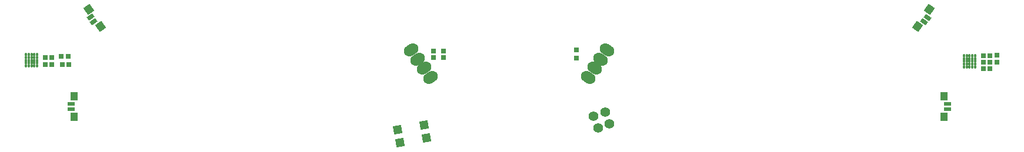
<source format=gts>
G04*
G04 #@! TF.GenerationSoftware,Altium Limited,Altium Designer,19.1.5 (86)*
G04*
G04 Layer_Color=8388736*
%FSLAX25Y25*%
%MOIN*%
G70*
G01*
G75*
%ADD35P,0.06699X4X324.5*%
%ADD36C,0.01800*%
%ADD37R,0.03000X0.03162*%
%ADD38R,0.03162X0.03000*%
%ADD39R,0.03950X0.02375*%
%ADD40R,0.04343X0.04737*%
G04:AMPARAMS|DCode=41|XSize=39.5mil|YSize=23.75mil|CornerRadius=0mil|HoleSize=0mil|Usage=FLASHONLY|Rotation=215.500|XOffset=0mil|YOffset=0mil|HoleType=Round|Shape=Rectangle|*
%AMROTATEDRECTD41*
4,1,4,0.00918,0.02114,0.02297,0.00180,-0.00918,-0.02114,-0.02297,-0.00180,0.00918,0.02114,0.0*
%
%ADD41ROTATEDRECTD41*%

G04:AMPARAMS|DCode=42|XSize=47.37mil|YSize=43.43mil|CornerRadius=0mil|HoleSize=0mil|Usage=FLASHONLY|Rotation=125.500|XOffset=0mil|YOffset=0mil|HoleType=Round|Shape=Rectangle|*
%AMROTATEDRECTD42*
4,1,4,0.03143,-0.00667,-0.00393,-0.03189,-0.03143,0.00667,0.00393,0.03189,0.03143,-0.00667,0.0*
%
%ADD42ROTATEDRECTD42*%

G04:AMPARAMS|DCode=43|XSize=39.5mil|YSize=23.75mil|CornerRadius=0mil|HoleSize=0mil|Usage=FLASHONLY|Rotation=324.500|XOffset=0mil|YOffset=0mil|HoleType=Round|Shape=Rectangle|*
%AMROTATEDRECTD43*
4,1,4,-0.02297,0.00180,-0.00918,0.02114,0.02297,-0.00180,0.00918,-0.02114,-0.02297,0.00180,0.0*
%
%ADD43ROTATEDRECTD43*%

G04:AMPARAMS|DCode=44|XSize=47.37mil|YSize=43.43mil|CornerRadius=0mil|HoleSize=0mil|Usage=FLASHONLY|Rotation=234.500|XOffset=0mil|YOffset=0mil|HoleType=Round|Shape=Rectangle|*
%AMROTATEDRECTD44*
4,1,4,-0.00393,0.03189,0.03143,0.00667,0.00393,-0.03189,-0.03143,-0.00667,-0.00393,0.03189,0.0*
%
%ADD44ROTATEDRECTD44*%

%ADD45R,0.02965X0.02965*%
G04:AMPARAMS|DCode=46|XSize=63.12mil|YSize=86.74mil|CornerRadius=0mil|HoleSize=0mil|Usage=FLASHONLY|Rotation=235.000|XOffset=0mil|YOffset=0mil|HoleType=Round|Shape=Round|*
%AMOVALD46*
21,1,0.02362,0.06312,0.00000,0.00000,325.0*
1,1,0.06312,-0.00968,0.00677*
1,1,0.06312,0.00968,-0.00677*
%
%ADD46OVALD46*%

G04:AMPARAMS|DCode=47|XSize=63.12mil|YSize=86.74mil|CornerRadius=0mil|HoleSize=0mil|Usage=FLASHONLY|Rotation=125.000|XOffset=0mil|YOffset=0mil|HoleType=Round|Shape=Round|*
%AMOVALD47*
21,1,0.02362,0.06312,0.00000,0.00000,215.0*
1,1,0.06312,0.00968,0.00677*
1,1,0.06312,-0.00968,-0.00677*
%
%ADD47OVALD47*%

%ADD48C,0.05524*%
D35*
X-46929Y18718D02*
D03*
X-48170Y26135D02*
D03*
X-61917Y16210D02*
D03*
X-63158Y23627D02*
D03*
D36*
X-267534Y59731D02*
D03*
X-269109D02*
D03*
X-270684D02*
D03*
X-272258D02*
D03*
X-273833D02*
D03*
X-267534Y61306D02*
D03*
X-269109D02*
D03*
X-270684D02*
D03*
X-272258D02*
D03*
X-273833D02*
D03*
X-267534Y62881D02*
D03*
X-269109D02*
D03*
X-270684D02*
D03*
X-272258D02*
D03*
X-273833D02*
D03*
X-267534Y64456D02*
D03*
X-269109D02*
D03*
X-270684D02*
D03*
X-272258D02*
D03*
X-273833D02*
D03*
X-267534Y66031D02*
D03*
X-269109D02*
D03*
X-270684D02*
D03*
X-272258D02*
D03*
X-273833D02*
D03*
X257714Y65479D02*
D03*
X259289D02*
D03*
X260864D02*
D03*
X262439D02*
D03*
X264013D02*
D03*
X257714Y63904D02*
D03*
X259289D02*
D03*
X260864D02*
D03*
X262439D02*
D03*
X264013D02*
D03*
X257714Y62329D02*
D03*
X259289D02*
D03*
X260864D02*
D03*
X262439D02*
D03*
X264013D02*
D03*
X257714Y60755D02*
D03*
X259289D02*
D03*
X260864D02*
D03*
X262439D02*
D03*
X264013D02*
D03*
X257714Y59180D02*
D03*
X259289D02*
D03*
X260864D02*
D03*
X262439D02*
D03*
X264013D02*
D03*
D37*
X268713Y58151D02*
D03*
X272492D02*
D03*
X268711Y65630D02*
D03*
X272491D02*
D03*
X268713Y61693D02*
D03*
X272492D02*
D03*
X-253332Y60563D02*
D03*
X-249553D02*
D03*
X-253738Y65143D02*
D03*
X-249958D02*
D03*
X-262898Y60563D02*
D03*
X-259118D02*
D03*
Y64398D02*
D03*
X-262898D02*
D03*
D38*
X276504Y65721D02*
D03*
Y61941D02*
D03*
X-37208Y64409D02*
D03*
Y68189D02*
D03*
X-42865D02*
D03*
Y64409D02*
D03*
D39*
X-248323Y38264D02*
D03*
Y35114D02*
D03*
X248323Y35114D02*
D03*
Y38264D02*
D03*
D40*
X-246552Y30783D02*
D03*
Y42594D02*
D03*
X246551Y42595D02*
D03*
Y30784D02*
D03*
D41*
X-237225Y87340D02*
D03*
X-235396Y84776D02*
D03*
D42*
X-231438Y82279D02*
D03*
X-238297Y91895D02*
D03*
D43*
X235250Y84676D02*
D03*
X237079Y87241D02*
D03*
D44*
X238152Y91795D02*
D03*
X231293Y82180D02*
D03*
D45*
X38134Y68708D02*
D03*
Y64108D02*
D03*
D46*
X44705Y53262D02*
D03*
X48318Y58421D02*
D03*
X51931Y63582D02*
D03*
X55544Y68742D02*
D03*
D47*
X-44705Y53262D02*
D03*
X-48318Y58421D02*
D03*
X-51931Y63582D02*
D03*
X-55544Y68742D02*
D03*
D48*
X54515Y33563D02*
D03*
X56933Y26918D02*
D03*
X50288Y24500D02*
D03*
X47870Y31145D02*
D03*
M02*

</source>
